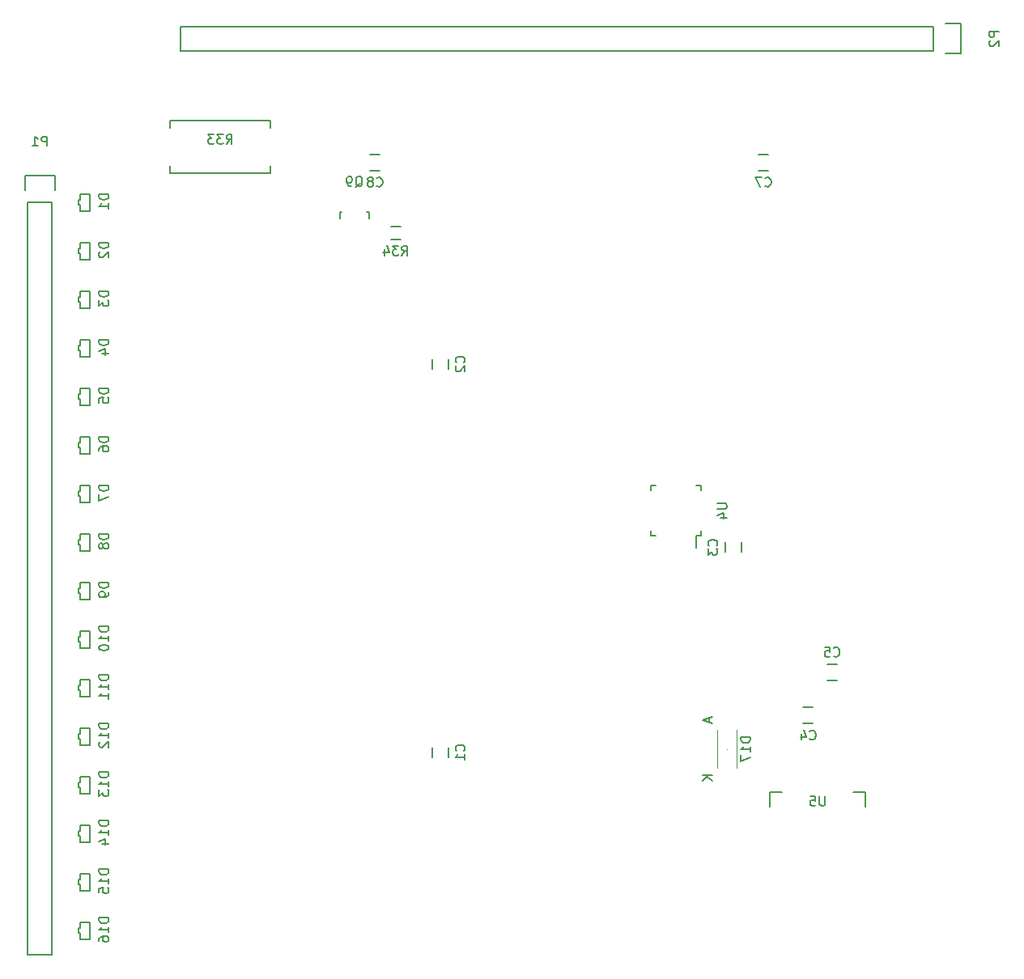
<source format=gbo>
G04 #@! TF.FileFunction,Legend,Bot*
%FSLAX46Y46*%
G04 Gerber Fmt 4.6, Leading zero omitted, Abs format (unit mm)*
G04 Created by KiCad (PCBNEW 4.0.2+dfsg1-stable) date dim. 24 sept. 2017 10:50:26 CEST*
%MOMM*%
G01*
G04 APERTURE LIST*
%ADD10C,0.100000*%
%ADD11C,0.150000*%
G04 APERTURE END LIST*
D10*
D11*
X147408000Y-132850000D02*
X147408000Y-133850000D01*
X145708000Y-133850000D02*
X145708000Y-132850000D01*
X147408000Y-92210000D02*
X147408000Y-93210000D01*
X145708000Y-93210000D02*
X145708000Y-92210000D01*
X176315000Y-112387000D02*
X176315000Y-111387000D01*
X178015000Y-111387000D02*
X178015000Y-112387000D01*
X185500000Y-130350000D02*
X184500000Y-130350000D01*
X184500000Y-128650000D02*
X185500000Y-128650000D01*
X187000000Y-124150000D02*
X188000000Y-124150000D01*
X188000000Y-125850000D02*
X187000000Y-125850000D01*
X180840000Y-72478000D02*
X179840000Y-72478000D01*
X179840000Y-70778000D02*
X180840000Y-70778000D01*
X140200000Y-72478000D02*
X139200000Y-72478000D01*
X139200000Y-70778000D02*
X140200000Y-70778000D01*
X105918000Y-75819000D02*
X105918000Y-154559000D01*
X105918000Y-154559000D02*
X103378000Y-154559000D01*
X103378000Y-154559000D02*
X103378000Y-75819000D01*
X103098000Y-72999000D02*
X103098000Y-74549000D01*
X103378000Y-75819000D02*
X105918000Y-75819000D01*
X106198000Y-74549000D02*
X106198000Y-72999000D01*
X106198000Y-72999000D02*
X103098000Y-72999000D01*
X139040820Y-77520800D02*
X139040820Y-76819760D01*
X139040820Y-76819760D02*
X138791900Y-76819760D01*
X136241840Y-76819760D02*
X136041180Y-76819760D01*
X136041180Y-76819760D02*
X136041180Y-77520800D01*
X118250000Y-68000000D02*
X118250000Y-67250000D01*
X118250000Y-67250000D02*
X128750000Y-67250000D01*
X128750000Y-67250000D02*
X128750000Y-68000000D01*
X118250000Y-72750000D02*
X118250000Y-72000000D01*
X118250000Y-72750000D02*
X128750000Y-72750000D01*
X128750000Y-72750000D02*
X128750000Y-72000000D01*
X142359000Y-78319000D02*
X141359000Y-78319000D01*
X141359000Y-79669000D02*
X142359000Y-79669000D01*
X173821000Y-110702000D02*
X173311000Y-110702000D01*
X173821000Y-105452000D02*
X173311000Y-105452000D01*
X168571000Y-105452000D02*
X169081000Y-105452000D01*
X168571000Y-110702000D02*
X169081000Y-110702000D01*
X173821000Y-110702000D02*
X173821000Y-110192000D01*
X168571000Y-110702000D02*
X168571000Y-110192000D01*
X168571000Y-105452000D02*
X168571000Y-105962000D01*
X173821000Y-105452000D02*
X173821000Y-105962000D01*
X173311000Y-110702000D02*
X173311000Y-111927000D01*
X198120000Y-59944000D02*
X119380000Y-59944000D01*
X119380000Y-59944000D02*
X119380000Y-57404000D01*
X119380000Y-57404000D02*
X198120000Y-57404000D01*
X200940000Y-57124000D02*
X199390000Y-57124000D01*
X198120000Y-57404000D02*
X198120000Y-59944000D01*
X199390000Y-60224000D02*
X200940000Y-60224000D01*
X200940000Y-60224000D02*
X200940000Y-57124000D01*
X108839000Y-75565000D02*
X108839000Y-74930000D01*
X108839000Y-74930000D02*
X109855000Y-74930000D01*
X109855000Y-76708000D02*
X108839000Y-76708000D01*
X108839000Y-76708000D02*
X108839000Y-76073000D01*
X108712000Y-75565000D02*
X108839000Y-75565000D01*
X108839000Y-76073000D02*
X108712000Y-76073000D01*
X109855000Y-74930000D02*
X109855000Y-76708000D01*
X108712000Y-76073000D02*
X108712000Y-75565000D01*
X108839000Y-80645000D02*
X108839000Y-80010000D01*
X108839000Y-80010000D02*
X109855000Y-80010000D01*
X109855000Y-81788000D02*
X108839000Y-81788000D01*
X108839000Y-81788000D02*
X108839000Y-81153000D01*
X108712000Y-80645000D02*
X108839000Y-80645000D01*
X108839000Y-81153000D02*
X108712000Y-81153000D01*
X109855000Y-80010000D02*
X109855000Y-81788000D01*
X108712000Y-81153000D02*
X108712000Y-80645000D01*
X108839000Y-85725000D02*
X108839000Y-85090000D01*
X108839000Y-85090000D02*
X109855000Y-85090000D01*
X109855000Y-86868000D02*
X108839000Y-86868000D01*
X108839000Y-86868000D02*
X108839000Y-86233000D01*
X108712000Y-85725000D02*
X108839000Y-85725000D01*
X108839000Y-86233000D02*
X108712000Y-86233000D01*
X109855000Y-85090000D02*
X109855000Y-86868000D01*
X108712000Y-86233000D02*
X108712000Y-85725000D01*
X108839000Y-90805000D02*
X108839000Y-90170000D01*
X108839000Y-90170000D02*
X109855000Y-90170000D01*
X109855000Y-91948000D02*
X108839000Y-91948000D01*
X108839000Y-91948000D02*
X108839000Y-91313000D01*
X108712000Y-90805000D02*
X108839000Y-90805000D01*
X108839000Y-91313000D02*
X108712000Y-91313000D01*
X109855000Y-90170000D02*
X109855000Y-91948000D01*
X108712000Y-91313000D02*
X108712000Y-90805000D01*
X108839000Y-95885000D02*
X108839000Y-95250000D01*
X108839000Y-95250000D02*
X109855000Y-95250000D01*
X109855000Y-97028000D02*
X108839000Y-97028000D01*
X108839000Y-97028000D02*
X108839000Y-96393000D01*
X108712000Y-95885000D02*
X108839000Y-95885000D01*
X108839000Y-96393000D02*
X108712000Y-96393000D01*
X109855000Y-95250000D02*
X109855000Y-97028000D01*
X108712000Y-96393000D02*
X108712000Y-95885000D01*
X108839000Y-100965000D02*
X108839000Y-100330000D01*
X108839000Y-100330000D02*
X109855000Y-100330000D01*
X109855000Y-102108000D02*
X108839000Y-102108000D01*
X108839000Y-102108000D02*
X108839000Y-101473000D01*
X108712000Y-100965000D02*
X108839000Y-100965000D01*
X108839000Y-101473000D02*
X108712000Y-101473000D01*
X109855000Y-100330000D02*
X109855000Y-102108000D01*
X108712000Y-101473000D02*
X108712000Y-100965000D01*
X108839000Y-106045000D02*
X108839000Y-105410000D01*
X108839000Y-105410000D02*
X109855000Y-105410000D01*
X109855000Y-107188000D02*
X108839000Y-107188000D01*
X108839000Y-107188000D02*
X108839000Y-106553000D01*
X108712000Y-106045000D02*
X108839000Y-106045000D01*
X108839000Y-106553000D02*
X108712000Y-106553000D01*
X109855000Y-105410000D02*
X109855000Y-107188000D01*
X108712000Y-106553000D02*
X108712000Y-106045000D01*
X108839000Y-111125000D02*
X108839000Y-110490000D01*
X108839000Y-110490000D02*
X109855000Y-110490000D01*
X109855000Y-112268000D02*
X108839000Y-112268000D01*
X108839000Y-112268000D02*
X108839000Y-111633000D01*
X108712000Y-111125000D02*
X108839000Y-111125000D01*
X108839000Y-111633000D02*
X108712000Y-111633000D01*
X109855000Y-110490000D02*
X109855000Y-112268000D01*
X108712000Y-111633000D02*
X108712000Y-111125000D01*
X108839000Y-116205000D02*
X108839000Y-115570000D01*
X108839000Y-115570000D02*
X109855000Y-115570000D01*
X109855000Y-117348000D02*
X108839000Y-117348000D01*
X108839000Y-117348000D02*
X108839000Y-116713000D01*
X108712000Y-116205000D02*
X108839000Y-116205000D01*
X108839000Y-116713000D02*
X108712000Y-116713000D01*
X109855000Y-115570000D02*
X109855000Y-117348000D01*
X108712000Y-116713000D02*
X108712000Y-116205000D01*
X108839000Y-121285000D02*
X108839000Y-120650000D01*
X108839000Y-120650000D02*
X109855000Y-120650000D01*
X109855000Y-122428000D02*
X108839000Y-122428000D01*
X108839000Y-122428000D02*
X108839000Y-121793000D01*
X108712000Y-121285000D02*
X108839000Y-121285000D01*
X108839000Y-121793000D02*
X108712000Y-121793000D01*
X109855000Y-120650000D02*
X109855000Y-122428000D01*
X108712000Y-121793000D02*
X108712000Y-121285000D01*
X108839000Y-126365000D02*
X108839000Y-125730000D01*
X108839000Y-125730000D02*
X109855000Y-125730000D01*
X109855000Y-127508000D02*
X108839000Y-127508000D01*
X108839000Y-127508000D02*
X108839000Y-126873000D01*
X108712000Y-126365000D02*
X108839000Y-126365000D01*
X108839000Y-126873000D02*
X108712000Y-126873000D01*
X109855000Y-125730000D02*
X109855000Y-127508000D01*
X108712000Y-126873000D02*
X108712000Y-126365000D01*
X108839000Y-131445000D02*
X108839000Y-130810000D01*
X108839000Y-130810000D02*
X109855000Y-130810000D01*
X109855000Y-132588000D02*
X108839000Y-132588000D01*
X108839000Y-132588000D02*
X108839000Y-131953000D01*
X108712000Y-131445000D02*
X108839000Y-131445000D01*
X108839000Y-131953000D02*
X108712000Y-131953000D01*
X109855000Y-130810000D02*
X109855000Y-132588000D01*
X108712000Y-131953000D02*
X108712000Y-131445000D01*
X108839000Y-136525000D02*
X108839000Y-135890000D01*
X108839000Y-135890000D02*
X109855000Y-135890000D01*
X109855000Y-137668000D02*
X108839000Y-137668000D01*
X108839000Y-137668000D02*
X108839000Y-137033000D01*
X108712000Y-136525000D02*
X108839000Y-136525000D01*
X108839000Y-137033000D02*
X108712000Y-137033000D01*
X109855000Y-135890000D02*
X109855000Y-137668000D01*
X108712000Y-137033000D02*
X108712000Y-136525000D01*
X108839000Y-141605000D02*
X108839000Y-140970000D01*
X108839000Y-140970000D02*
X109855000Y-140970000D01*
X109855000Y-142748000D02*
X108839000Y-142748000D01*
X108839000Y-142748000D02*
X108839000Y-142113000D01*
X108712000Y-141605000D02*
X108839000Y-141605000D01*
X108839000Y-142113000D02*
X108712000Y-142113000D01*
X109855000Y-140970000D02*
X109855000Y-142748000D01*
X108712000Y-142113000D02*
X108712000Y-141605000D01*
X108839000Y-146685000D02*
X108839000Y-146050000D01*
X108839000Y-146050000D02*
X109855000Y-146050000D01*
X109855000Y-147828000D02*
X108839000Y-147828000D01*
X108839000Y-147828000D02*
X108839000Y-147193000D01*
X108712000Y-146685000D02*
X108839000Y-146685000D01*
X108839000Y-147193000D02*
X108712000Y-147193000D01*
X109855000Y-146050000D02*
X109855000Y-147828000D01*
X108712000Y-147193000D02*
X108712000Y-146685000D01*
X108839000Y-151765000D02*
X108839000Y-151130000D01*
X108839000Y-151130000D02*
X109855000Y-151130000D01*
X109855000Y-152908000D02*
X108839000Y-152908000D01*
X108839000Y-152908000D02*
X108839000Y-152273000D01*
X108712000Y-151765000D02*
X108839000Y-151765000D01*
X108839000Y-152273000D02*
X108712000Y-152273000D01*
X109855000Y-151130000D02*
X109855000Y-152908000D01*
X108712000Y-152273000D02*
X108712000Y-151765000D01*
D10*
X176500000Y-133000000D02*
X176500000Y-133000000D01*
X176500000Y-133000000D02*
X176500000Y-133000000D01*
X176500000Y-133000000D02*
X176500000Y-133000000D01*
X176500000Y-133000000D02*
X176500000Y-133000000D01*
X175500000Y-134000000D02*
X175500000Y-134000000D01*
X177500000Y-134000000D02*
X177500000Y-134000000D01*
X175500000Y-131000000D02*
X175500000Y-131000000D01*
X175500000Y-135000000D02*
X175500000Y-135000000D01*
X177500000Y-135000000D02*
X177500000Y-135000000D01*
X177500000Y-131000000D02*
X177500000Y-131000000D01*
X175500000Y-135000000D02*
X175500000Y-131000000D01*
X177500000Y-135000000D02*
X177500000Y-131000000D01*
D11*
X191000000Y-137500000D02*
X189750000Y-137500000D01*
X191000000Y-137500000D02*
X191000000Y-139000000D01*
X181000000Y-137500000D02*
X181000000Y-139000000D01*
X181000000Y-137500000D02*
X182250000Y-137500000D01*
X149015143Y-133183334D02*
X149062762Y-133135715D01*
X149110381Y-132992858D01*
X149110381Y-132897620D01*
X149062762Y-132754762D01*
X148967524Y-132659524D01*
X148872286Y-132611905D01*
X148681810Y-132564286D01*
X148538952Y-132564286D01*
X148348476Y-132611905D01*
X148253238Y-132659524D01*
X148158000Y-132754762D01*
X148110381Y-132897620D01*
X148110381Y-132992858D01*
X148158000Y-133135715D01*
X148205619Y-133183334D01*
X149110381Y-134135715D02*
X149110381Y-133564286D01*
X149110381Y-133850000D02*
X148110381Y-133850000D01*
X148253238Y-133754762D01*
X148348476Y-133659524D01*
X148396095Y-133564286D01*
X149015143Y-92543334D02*
X149062762Y-92495715D01*
X149110381Y-92352858D01*
X149110381Y-92257620D01*
X149062762Y-92114762D01*
X148967524Y-92019524D01*
X148872286Y-91971905D01*
X148681810Y-91924286D01*
X148538952Y-91924286D01*
X148348476Y-91971905D01*
X148253238Y-92019524D01*
X148158000Y-92114762D01*
X148110381Y-92257620D01*
X148110381Y-92352858D01*
X148158000Y-92495715D01*
X148205619Y-92543334D01*
X148205619Y-92924286D02*
X148158000Y-92971905D01*
X148110381Y-93067143D01*
X148110381Y-93305239D01*
X148158000Y-93400477D01*
X148205619Y-93448096D01*
X148300857Y-93495715D01*
X148396095Y-93495715D01*
X148538952Y-93448096D01*
X149110381Y-92876667D01*
X149110381Y-93495715D01*
X175422143Y-111720334D02*
X175469762Y-111672715D01*
X175517381Y-111529858D01*
X175517381Y-111434620D01*
X175469762Y-111291762D01*
X175374524Y-111196524D01*
X175279286Y-111148905D01*
X175088810Y-111101286D01*
X174945952Y-111101286D01*
X174755476Y-111148905D01*
X174660238Y-111196524D01*
X174565000Y-111291762D01*
X174517381Y-111434620D01*
X174517381Y-111529858D01*
X174565000Y-111672715D01*
X174612619Y-111720334D01*
X174517381Y-112053667D02*
X174517381Y-112672715D01*
X174898333Y-112339381D01*
X174898333Y-112482239D01*
X174945952Y-112577477D01*
X174993571Y-112625096D01*
X175088810Y-112672715D01*
X175326905Y-112672715D01*
X175422143Y-112625096D01*
X175469762Y-112577477D01*
X175517381Y-112482239D01*
X175517381Y-112196524D01*
X175469762Y-112101286D01*
X175422143Y-112053667D01*
X185166666Y-131957143D02*
X185214285Y-132004762D01*
X185357142Y-132052381D01*
X185452380Y-132052381D01*
X185595238Y-132004762D01*
X185690476Y-131909524D01*
X185738095Y-131814286D01*
X185785714Y-131623810D01*
X185785714Y-131480952D01*
X185738095Y-131290476D01*
X185690476Y-131195238D01*
X185595238Y-131100000D01*
X185452380Y-131052381D01*
X185357142Y-131052381D01*
X185214285Y-131100000D01*
X185166666Y-131147619D01*
X184309523Y-131385714D02*
X184309523Y-132052381D01*
X184547619Y-131004762D02*
X184785714Y-131719048D01*
X184166666Y-131719048D01*
X187666666Y-123257143D02*
X187714285Y-123304762D01*
X187857142Y-123352381D01*
X187952380Y-123352381D01*
X188095238Y-123304762D01*
X188190476Y-123209524D01*
X188238095Y-123114286D01*
X188285714Y-122923810D01*
X188285714Y-122780952D01*
X188238095Y-122590476D01*
X188190476Y-122495238D01*
X188095238Y-122400000D01*
X187952380Y-122352381D01*
X187857142Y-122352381D01*
X187714285Y-122400000D01*
X187666666Y-122447619D01*
X186761904Y-122352381D02*
X187238095Y-122352381D01*
X187285714Y-122828571D01*
X187238095Y-122780952D01*
X187142857Y-122733333D01*
X186904761Y-122733333D01*
X186809523Y-122780952D01*
X186761904Y-122828571D01*
X186714285Y-122923810D01*
X186714285Y-123161905D01*
X186761904Y-123257143D01*
X186809523Y-123304762D01*
X186904761Y-123352381D01*
X187142857Y-123352381D01*
X187238095Y-123304762D01*
X187285714Y-123257143D01*
X180506666Y-74085143D02*
X180554285Y-74132762D01*
X180697142Y-74180381D01*
X180792380Y-74180381D01*
X180935238Y-74132762D01*
X181030476Y-74037524D01*
X181078095Y-73942286D01*
X181125714Y-73751810D01*
X181125714Y-73608952D01*
X181078095Y-73418476D01*
X181030476Y-73323238D01*
X180935238Y-73228000D01*
X180792380Y-73180381D01*
X180697142Y-73180381D01*
X180554285Y-73228000D01*
X180506666Y-73275619D01*
X180173333Y-73180381D02*
X179506666Y-73180381D01*
X179935238Y-74180381D01*
X139866666Y-74085143D02*
X139914285Y-74132762D01*
X140057142Y-74180381D01*
X140152380Y-74180381D01*
X140295238Y-74132762D01*
X140390476Y-74037524D01*
X140438095Y-73942286D01*
X140485714Y-73751810D01*
X140485714Y-73608952D01*
X140438095Y-73418476D01*
X140390476Y-73323238D01*
X140295238Y-73228000D01*
X140152380Y-73180381D01*
X140057142Y-73180381D01*
X139914285Y-73228000D01*
X139866666Y-73275619D01*
X139295238Y-73608952D02*
X139390476Y-73561333D01*
X139438095Y-73513714D01*
X139485714Y-73418476D01*
X139485714Y-73370857D01*
X139438095Y-73275619D01*
X139390476Y-73228000D01*
X139295238Y-73180381D01*
X139104761Y-73180381D01*
X139009523Y-73228000D01*
X138961904Y-73275619D01*
X138914285Y-73370857D01*
X138914285Y-73418476D01*
X138961904Y-73513714D01*
X139009523Y-73561333D01*
X139104761Y-73608952D01*
X139295238Y-73608952D01*
X139390476Y-73656571D01*
X139438095Y-73704190D01*
X139485714Y-73799429D01*
X139485714Y-73989905D01*
X139438095Y-74085143D01*
X139390476Y-74132762D01*
X139295238Y-74180381D01*
X139104761Y-74180381D01*
X139009523Y-74132762D01*
X138961904Y-74085143D01*
X138914285Y-73989905D01*
X138914285Y-73799429D01*
X138961904Y-73704190D01*
X139009523Y-73656571D01*
X139104761Y-73608952D01*
X105386095Y-69901381D02*
X105386095Y-68901381D01*
X105005142Y-68901381D01*
X104909904Y-68949000D01*
X104862285Y-68996619D01*
X104814666Y-69091857D01*
X104814666Y-69234714D01*
X104862285Y-69329952D01*
X104909904Y-69377571D01*
X105005142Y-69425190D01*
X105386095Y-69425190D01*
X103862285Y-69901381D02*
X104433714Y-69901381D01*
X104148000Y-69901381D02*
X104148000Y-68901381D01*
X104243238Y-69044238D01*
X104338476Y-69139476D01*
X104433714Y-69187095D01*
X137636238Y-74207619D02*
X137731476Y-74160000D01*
X137826714Y-74064762D01*
X137969571Y-73921905D01*
X138064810Y-73874286D01*
X138160048Y-73874286D01*
X138112429Y-74112381D02*
X138207667Y-74064762D01*
X138302905Y-73969524D01*
X138350524Y-73779048D01*
X138350524Y-73445714D01*
X138302905Y-73255238D01*
X138207667Y-73160000D01*
X138112429Y-73112381D01*
X137921952Y-73112381D01*
X137826714Y-73160000D01*
X137731476Y-73255238D01*
X137683857Y-73445714D01*
X137683857Y-73779048D01*
X137731476Y-73969524D01*
X137826714Y-74064762D01*
X137921952Y-74112381D01*
X138112429Y-74112381D01*
X137207667Y-74112381D02*
X137017191Y-74112381D01*
X136921952Y-74064762D01*
X136874333Y-74017143D01*
X136779095Y-73874286D01*
X136731476Y-73683810D01*
X136731476Y-73302857D01*
X136779095Y-73207619D01*
X136826714Y-73160000D01*
X136921952Y-73112381D01*
X137112429Y-73112381D01*
X137207667Y-73160000D01*
X137255286Y-73207619D01*
X137302905Y-73302857D01*
X137302905Y-73540952D01*
X137255286Y-73636190D01*
X137207667Y-73683810D01*
X137112429Y-73731429D01*
X136921952Y-73731429D01*
X136826714Y-73683810D01*
X136779095Y-73636190D01*
X136731476Y-73540952D01*
X124142857Y-69702381D02*
X124476191Y-69226190D01*
X124714286Y-69702381D02*
X124714286Y-68702381D01*
X124333333Y-68702381D01*
X124238095Y-68750000D01*
X124190476Y-68797619D01*
X124142857Y-68892857D01*
X124142857Y-69035714D01*
X124190476Y-69130952D01*
X124238095Y-69178571D01*
X124333333Y-69226190D01*
X124714286Y-69226190D01*
X123809524Y-68702381D02*
X123190476Y-68702381D01*
X123523810Y-69083333D01*
X123380952Y-69083333D01*
X123285714Y-69130952D01*
X123238095Y-69178571D01*
X123190476Y-69273810D01*
X123190476Y-69511905D01*
X123238095Y-69607143D01*
X123285714Y-69654762D01*
X123380952Y-69702381D01*
X123666667Y-69702381D01*
X123761905Y-69654762D01*
X123809524Y-69607143D01*
X122857143Y-68702381D02*
X122238095Y-68702381D01*
X122571429Y-69083333D01*
X122428571Y-69083333D01*
X122333333Y-69130952D01*
X122285714Y-69178571D01*
X122238095Y-69273810D01*
X122238095Y-69511905D01*
X122285714Y-69607143D01*
X122333333Y-69654762D01*
X122428571Y-69702381D01*
X122714286Y-69702381D01*
X122809524Y-69654762D01*
X122857143Y-69607143D01*
X142501857Y-81346381D02*
X142835191Y-80870190D01*
X143073286Y-81346381D02*
X143073286Y-80346381D01*
X142692333Y-80346381D01*
X142597095Y-80394000D01*
X142549476Y-80441619D01*
X142501857Y-80536857D01*
X142501857Y-80679714D01*
X142549476Y-80774952D01*
X142597095Y-80822571D01*
X142692333Y-80870190D01*
X143073286Y-80870190D01*
X142168524Y-80346381D02*
X141549476Y-80346381D01*
X141882810Y-80727333D01*
X141739952Y-80727333D01*
X141644714Y-80774952D01*
X141597095Y-80822571D01*
X141549476Y-80917810D01*
X141549476Y-81155905D01*
X141597095Y-81251143D01*
X141644714Y-81298762D01*
X141739952Y-81346381D01*
X142025667Y-81346381D01*
X142120905Y-81298762D01*
X142168524Y-81251143D01*
X140692333Y-80679714D02*
X140692333Y-81346381D01*
X140930429Y-80298762D02*
X141168524Y-81013048D01*
X140549476Y-81013048D01*
X175498381Y-107315095D02*
X176307905Y-107315095D01*
X176403143Y-107362714D01*
X176450762Y-107410333D01*
X176498381Y-107505571D01*
X176498381Y-107696048D01*
X176450762Y-107791286D01*
X176403143Y-107838905D01*
X176307905Y-107886524D01*
X175498381Y-107886524D01*
X175831714Y-108791286D02*
X176498381Y-108791286D01*
X175450762Y-108553190D02*
X176165048Y-108315095D01*
X176165048Y-108934143D01*
X204942381Y-57935905D02*
X203942381Y-57935905D01*
X203942381Y-58316858D01*
X203990000Y-58412096D01*
X204037619Y-58459715D01*
X204132857Y-58507334D01*
X204275714Y-58507334D01*
X204370952Y-58459715D01*
X204418571Y-58412096D01*
X204466190Y-58316858D01*
X204466190Y-57935905D01*
X204037619Y-58888286D02*
X203990000Y-58935905D01*
X203942381Y-59031143D01*
X203942381Y-59269239D01*
X203990000Y-59364477D01*
X204037619Y-59412096D01*
X204132857Y-59459715D01*
X204228095Y-59459715D01*
X204370952Y-59412096D01*
X204942381Y-58840667D01*
X204942381Y-59459715D01*
X111831381Y-74953905D02*
X110831381Y-74953905D01*
X110831381Y-75192000D01*
X110879000Y-75334858D01*
X110974238Y-75430096D01*
X111069476Y-75477715D01*
X111259952Y-75525334D01*
X111402810Y-75525334D01*
X111593286Y-75477715D01*
X111688524Y-75430096D01*
X111783762Y-75334858D01*
X111831381Y-75192000D01*
X111831381Y-74953905D01*
X111831381Y-76477715D02*
X111831381Y-75906286D01*
X111831381Y-76192000D02*
X110831381Y-76192000D01*
X110974238Y-76096762D01*
X111069476Y-76001524D01*
X111117095Y-75906286D01*
X111831381Y-80033905D02*
X110831381Y-80033905D01*
X110831381Y-80272000D01*
X110879000Y-80414858D01*
X110974238Y-80510096D01*
X111069476Y-80557715D01*
X111259952Y-80605334D01*
X111402810Y-80605334D01*
X111593286Y-80557715D01*
X111688524Y-80510096D01*
X111783762Y-80414858D01*
X111831381Y-80272000D01*
X111831381Y-80033905D01*
X110926619Y-80986286D02*
X110879000Y-81033905D01*
X110831381Y-81129143D01*
X110831381Y-81367239D01*
X110879000Y-81462477D01*
X110926619Y-81510096D01*
X111021857Y-81557715D01*
X111117095Y-81557715D01*
X111259952Y-81510096D01*
X111831381Y-80938667D01*
X111831381Y-81557715D01*
X111831381Y-85113905D02*
X110831381Y-85113905D01*
X110831381Y-85352000D01*
X110879000Y-85494858D01*
X110974238Y-85590096D01*
X111069476Y-85637715D01*
X111259952Y-85685334D01*
X111402810Y-85685334D01*
X111593286Y-85637715D01*
X111688524Y-85590096D01*
X111783762Y-85494858D01*
X111831381Y-85352000D01*
X111831381Y-85113905D01*
X110831381Y-86018667D02*
X110831381Y-86637715D01*
X111212333Y-86304381D01*
X111212333Y-86447239D01*
X111259952Y-86542477D01*
X111307571Y-86590096D01*
X111402810Y-86637715D01*
X111640905Y-86637715D01*
X111736143Y-86590096D01*
X111783762Y-86542477D01*
X111831381Y-86447239D01*
X111831381Y-86161524D01*
X111783762Y-86066286D01*
X111736143Y-86018667D01*
X111831381Y-90193905D02*
X110831381Y-90193905D01*
X110831381Y-90432000D01*
X110879000Y-90574858D01*
X110974238Y-90670096D01*
X111069476Y-90717715D01*
X111259952Y-90765334D01*
X111402810Y-90765334D01*
X111593286Y-90717715D01*
X111688524Y-90670096D01*
X111783762Y-90574858D01*
X111831381Y-90432000D01*
X111831381Y-90193905D01*
X111164714Y-91622477D02*
X111831381Y-91622477D01*
X110783762Y-91384381D02*
X111498048Y-91146286D01*
X111498048Y-91765334D01*
X111831381Y-95273905D02*
X110831381Y-95273905D01*
X110831381Y-95512000D01*
X110879000Y-95654858D01*
X110974238Y-95750096D01*
X111069476Y-95797715D01*
X111259952Y-95845334D01*
X111402810Y-95845334D01*
X111593286Y-95797715D01*
X111688524Y-95750096D01*
X111783762Y-95654858D01*
X111831381Y-95512000D01*
X111831381Y-95273905D01*
X110831381Y-96750096D02*
X110831381Y-96273905D01*
X111307571Y-96226286D01*
X111259952Y-96273905D01*
X111212333Y-96369143D01*
X111212333Y-96607239D01*
X111259952Y-96702477D01*
X111307571Y-96750096D01*
X111402810Y-96797715D01*
X111640905Y-96797715D01*
X111736143Y-96750096D01*
X111783762Y-96702477D01*
X111831381Y-96607239D01*
X111831381Y-96369143D01*
X111783762Y-96273905D01*
X111736143Y-96226286D01*
X111831381Y-100353905D02*
X110831381Y-100353905D01*
X110831381Y-100592000D01*
X110879000Y-100734858D01*
X110974238Y-100830096D01*
X111069476Y-100877715D01*
X111259952Y-100925334D01*
X111402810Y-100925334D01*
X111593286Y-100877715D01*
X111688524Y-100830096D01*
X111783762Y-100734858D01*
X111831381Y-100592000D01*
X111831381Y-100353905D01*
X110831381Y-101782477D02*
X110831381Y-101592000D01*
X110879000Y-101496762D01*
X110926619Y-101449143D01*
X111069476Y-101353905D01*
X111259952Y-101306286D01*
X111640905Y-101306286D01*
X111736143Y-101353905D01*
X111783762Y-101401524D01*
X111831381Y-101496762D01*
X111831381Y-101687239D01*
X111783762Y-101782477D01*
X111736143Y-101830096D01*
X111640905Y-101877715D01*
X111402810Y-101877715D01*
X111307571Y-101830096D01*
X111259952Y-101782477D01*
X111212333Y-101687239D01*
X111212333Y-101496762D01*
X111259952Y-101401524D01*
X111307571Y-101353905D01*
X111402810Y-101306286D01*
X111831381Y-105433905D02*
X110831381Y-105433905D01*
X110831381Y-105672000D01*
X110879000Y-105814858D01*
X110974238Y-105910096D01*
X111069476Y-105957715D01*
X111259952Y-106005334D01*
X111402810Y-106005334D01*
X111593286Y-105957715D01*
X111688524Y-105910096D01*
X111783762Y-105814858D01*
X111831381Y-105672000D01*
X111831381Y-105433905D01*
X110831381Y-106338667D02*
X110831381Y-107005334D01*
X111831381Y-106576762D01*
X111831381Y-110513905D02*
X110831381Y-110513905D01*
X110831381Y-110752000D01*
X110879000Y-110894858D01*
X110974238Y-110990096D01*
X111069476Y-111037715D01*
X111259952Y-111085334D01*
X111402810Y-111085334D01*
X111593286Y-111037715D01*
X111688524Y-110990096D01*
X111783762Y-110894858D01*
X111831381Y-110752000D01*
X111831381Y-110513905D01*
X111259952Y-111656762D02*
X111212333Y-111561524D01*
X111164714Y-111513905D01*
X111069476Y-111466286D01*
X111021857Y-111466286D01*
X110926619Y-111513905D01*
X110879000Y-111561524D01*
X110831381Y-111656762D01*
X110831381Y-111847239D01*
X110879000Y-111942477D01*
X110926619Y-111990096D01*
X111021857Y-112037715D01*
X111069476Y-112037715D01*
X111164714Y-111990096D01*
X111212333Y-111942477D01*
X111259952Y-111847239D01*
X111259952Y-111656762D01*
X111307571Y-111561524D01*
X111355190Y-111513905D01*
X111450429Y-111466286D01*
X111640905Y-111466286D01*
X111736143Y-111513905D01*
X111783762Y-111561524D01*
X111831381Y-111656762D01*
X111831381Y-111847239D01*
X111783762Y-111942477D01*
X111736143Y-111990096D01*
X111640905Y-112037715D01*
X111450429Y-112037715D01*
X111355190Y-111990096D01*
X111307571Y-111942477D01*
X111259952Y-111847239D01*
X111831381Y-115593905D02*
X110831381Y-115593905D01*
X110831381Y-115832000D01*
X110879000Y-115974858D01*
X110974238Y-116070096D01*
X111069476Y-116117715D01*
X111259952Y-116165334D01*
X111402810Y-116165334D01*
X111593286Y-116117715D01*
X111688524Y-116070096D01*
X111783762Y-115974858D01*
X111831381Y-115832000D01*
X111831381Y-115593905D01*
X111831381Y-116641524D02*
X111831381Y-116832000D01*
X111783762Y-116927239D01*
X111736143Y-116974858D01*
X111593286Y-117070096D01*
X111402810Y-117117715D01*
X111021857Y-117117715D01*
X110926619Y-117070096D01*
X110879000Y-117022477D01*
X110831381Y-116927239D01*
X110831381Y-116736762D01*
X110879000Y-116641524D01*
X110926619Y-116593905D01*
X111021857Y-116546286D01*
X111259952Y-116546286D01*
X111355190Y-116593905D01*
X111402810Y-116641524D01*
X111450429Y-116736762D01*
X111450429Y-116927239D01*
X111402810Y-117022477D01*
X111355190Y-117070096D01*
X111259952Y-117117715D01*
X111831381Y-120197714D02*
X110831381Y-120197714D01*
X110831381Y-120435809D01*
X110879000Y-120578667D01*
X110974238Y-120673905D01*
X111069476Y-120721524D01*
X111259952Y-120769143D01*
X111402810Y-120769143D01*
X111593286Y-120721524D01*
X111688524Y-120673905D01*
X111783762Y-120578667D01*
X111831381Y-120435809D01*
X111831381Y-120197714D01*
X111831381Y-121721524D02*
X111831381Y-121150095D01*
X111831381Y-121435809D02*
X110831381Y-121435809D01*
X110974238Y-121340571D01*
X111069476Y-121245333D01*
X111117095Y-121150095D01*
X110831381Y-122340571D02*
X110831381Y-122435810D01*
X110879000Y-122531048D01*
X110926619Y-122578667D01*
X111021857Y-122626286D01*
X111212333Y-122673905D01*
X111450429Y-122673905D01*
X111640905Y-122626286D01*
X111736143Y-122578667D01*
X111783762Y-122531048D01*
X111831381Y-122435810D01*
X111831381Y-122340571D01*
X111783762Y-122245333D01*
X111736143Y-122197714D01*
X111640905Y-122150095D01*
X111450429Y-122102476D01*
X111212333Y-122102476D01*
X111021857Y-122150095D01*
X110926619Y-122197714D01*
X110879000Y-122245333D01*
X110831381Y-122340571D01*
X111831381Y-125277714D02*
X110831381Y-125277714D01*
X110831381Y-125515809D01*
X110879000Y-125658667D01*
X110974238Y-125753905D01*
X111069476Y-125801524D01*
X111259952Y-125849143D01*
X111402810Y-125849143D01*
X111593286Y-125801524D01*
X111688524Y-125753905D01*
X111783762Y-125658667D01*
X111831381Y-125515809D01*
X111831381Y-125277714D01*
X111831381Y-126801524D02*
X111831381Y-126230095D01*
X111831381Y-126515809D02*
X110831381Y-126515809D01*
X110974238Y-126420571D01*
X111069476Y-126325333D01*
X111117095Y-126230095D01*
X111831381Y-127753905D02*
X111831381Y-127182476D01*
X111831381Y-127468190D02*
X110831381Y-127468190D01*
X110974238Y-127372952D01*
X111069476Y-127277714D01*
X111117095Y-127182476D01*
X111831381Y-130357714D02*
X110831381Y-130357714D01*
X110831381Y-130595809D01*
X110879000Y-130738667D01*
X110974238Y-130833905D01*
X111069476Y-130881524D01*
X111259952Y-130929143D01*
X111402810Y-130929143D01*
X111593286Y-130881524D01*
X111688524Y-130833905D01*
X111783762Y-130738667D01*
X111831381Y-130595809D01*
X111831381Y-130357714D01*
X111831381Y-131881524D02*
X111831381Y-131310095D01*
X111831381Y-131595809D02*
X110831381Y-131595809D01*
X110974238Y-131500571D01*
X111069476Y-131405333D01*
X111117095Y-131310095D01*
X110926619Y-132262476D02*
X110879000Y-132310095D01*
X110831381Y-132405333D01*
X110831381Y-132643429D01*
X110879000Y-132738667D01*
X110926619Y-132786286D01*
X111021857Y-132833905D01*
X111117095Y-132833905D01*
X111259952Y-132786286D01*
X111831381Y-132214857D01*
X111831381Y-132833905D01*
X111831381Y-135437714D02*
X110831381Y-135437714D01*
X110831381Y-135675809D01*
X110879000Y-135818667D01*
X110974238Y-135913905D01*
X111069476Y-135961524D01*
X111259952Y-136009143D01*
X111402810Y-136009143D01*
X111593286Y-135961524D01*
X111688524Y-135913905D01*
X111783762Y-135818667D01*
X111831381Y-135675809D01*
X111831381Y-135437714D01*
X111831381Y-136961524D02*
X111831381Y-136390095D01*
X111831381Y-136675809D02*
X110831381Y-136675809D01*
X110974238Y-136580571D01*
X111069476Y-136485333D01*
X111117095Y-136390095D01*
X110831381Y-137294857D02*
X110831381Y-137913905D01*
X111212333Y-137580571D01*
X111212333Y-137723429D01*
X111259952Y-137818667D01*
X111307571Y-137866286D01*
X111402810Y-137913905D01*
X111640905Y-137913905D01*
X111736143Y-137866286D01*
X111783762Y-137818667D01*
X111831381Y-137723429D01*
X111831381Y-137437714D01*
X111783762Y-137342476D01*
X111736143Y-137294857D01*
X111831381Y-140517714D02*
X110831381Y-140517714D01*
X110831381Y-140755809D01*
X110879000Y-140898667D01*
X110974238Y-140993905D01*
X111069476Y-141041524D01*
X111259952Y-141089143D01*
X111402810Y-141089143D01*
X111593286Y-141041524D01*
X111688524Y-140993905D01*
X111783762Y-140898667D01*
X111831381Y-140755809D01*
X111831381Y-140517714D01*
X111831381Y-142041524D02*
X111831381Y-141470095D01*
X111831381Y-141755809D02*
X110831381Y-141755809D01*
X110974238Y-141660571D01*
X111069476Y-141565333D01*
X111117095Y-141470095D01*
X111164714Y-142898667D02*
X111831381Y-142898667D01*
X110783762Y-142660571D02*
X111498048Y-142422476D01*
X111498048Y-143041524D01*
X111831381Y-145597714D02*
X110831381Y-145597714D01*
X110831381Y-145835809D01*
X110879000Y-145978667D01*
X110974238Y-146073905D01*
X111069476Y-146121524D01*
X111259952Y-146169143D01*
X111402810Y-146169143D01*
X111593286Y-146121524D01*
X111688524Y-146073905D01*
X111783762Y-145978667D01*
X111831381Y-145835809D01*
X111831381Y-145597714D01*
X111831381Y-147121524D02*
X111831381Y-146550095D01*
X111831381Y-146835809D02*
X110831381Y-146835809D01*
X110974238Y-146740571D01*
X111069476Y-146645333D01*
X111117095Y-146550095D01*
X110831381Y-148026286D02*
X110831381Y-147550095D01*
X111307571Y-147502476D01*
X111259952Y-147550095D01*
X111212333Y-147645333D01*
X111212333Y-147883429D01*
X111259952Y-147978667D01*
X111307571Y-148026286D01*
X111402810Y-148073905D01*
X111640905Y-148073905D01*
X111736143Y-148026286D01*
X111783762Y-147978667D01*
X111831381Y-147883429D01*
X111831381Y-147645333D01*
X111783762Y-147550095D01*
X111736143Y-147502476D01*
X111831381Y-150677714D02*
X110831381Y-150677714D01*
X110831381Y-150915809D01*
X110879000Y-151058667D01*
X110974238Y-151153905D01*
X111069476Y-151201524D01*
X111259952Y-151249143D01*
X111402810Y-151249143D01*
X111593286Y-151201524D01*
X111688524Y-151153905D01*
X111783762Y-151058667D01*
X111831381Y-150915809D01*
X111831381Y-150677714D01*
X111831381Y-152201524D02*
X111831381Y-151630095D01*
X111831381Y-151915809D02*
X110831381Y-151915809D01*
X110974238Y-151820571D01*
X111069476Y-151725333D01*
X111117095Y-151630095D01*
X110831381Y-153058667D02*
X110831381Y-152868190D01*
X110879000Y-152772952D01*
X110926619Y-152725333D01*
X111069476Y-152630095D01*
X111259952Y-152582476D01*
X111640905Y-152582476D01*
X111736143Y-152630095D01*
X111783762Y-152677714D01*
X111831381Y-152772952D01*
X111831381Y-152963429D01*
X111783762Y-153058667D01*
X111736143Y-153106286D01*
X111640905Y-153153905D01*
X111402810Y-153153905D01*
X111307571Y-153106286D01*
X111259952Y-153058667D01*
X111212333Y-152963429D01*
X111212333Y-152772952D01*
X111259952Y-152677714D01*
X111307571Y-152630095D01*
X111402810Y-152582476D01*
X178952381Y-131785714D02*
X177952381Y-131785714D01*
X177952381Y-132023809D01*
X178000000Y-132166667D01*
X178095238Y-132261905D01*
X178190476Y-132309524D01*
X178380952Y-132357143D01*
X178523810Y-132357143D01*
X178714286Y-132309524D01*
X178809524Y-132261905D01*
X178904762Y-132166667D01*
X178952381Y-132023809D01*
X178952381Y-131785714D01*
X178952381Y-133309524D02*
X178952381Y-132738095D01*
X178952381Y-133023809D02*
X177952381Y-133023809D01*
X178095238Y-132928571D01*
X178190476Y-132833333D01*
X178238095Y-132738095D01*
X177952381Y-133642857D02*
X177952381Y-134309524D01*
X178952381Y-133880952D01*
X174952381Y-135738095D02*
X173952381Y-135738095D01*
X174952381Y-136309524D02*
X174380952Y-135880952D01*
X173952381Y-136309524D02*
X174523810Y-135738095D01*
X174666667Y-129761905D02*
X174666667Y-130238096D01*
X174952381Y-129666667D02*
X173952381Y-130000000D01*
X174952381Y-130333334D01*
X186761905Y-137952381D02*
X186761905Y-138761905D01*
X186714286Y-138857143D01*
X186666667Y-138904762D01*
X186571429Y-138952381D01*
X186380952Y-138952381D01*
X186285714Y-138904762D01*
X186238095Y-138857143D01*
X186190476Y-138761905D01*
X186190476Y-137952381D01*
X185238095Y-137952381D02*
X185714286Y-137952381D01*
X185761905Y-138428571D01*
X185714286Y-138380952D01*
X185619048Y-138333333D01*
X185380952Y-138333333D01*
X185285714Y-138380952D01*
X185238095Y-138428571D01*
X185190476Y-138523810D01*
X185190476Y-138761905D01*
X185238095Y-138857143D01*
X185285714Y-138904762D01*
X185380952Y-138952381D01*
X185619048Y-138952381D01*
X185714286Y-138904762D01*
X185761905Y-138857143D01*
M02*

</source>
